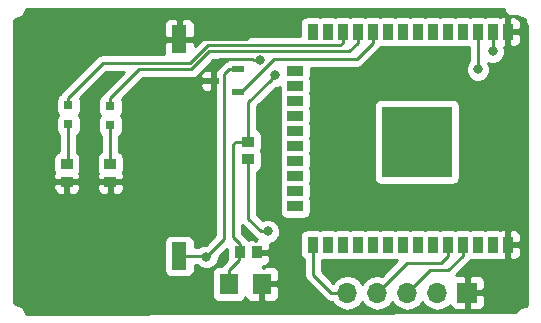
<source format=gtl>
G04 #@! TF.GenerationSoftware,KiCad,Pcbnew,no-vcs-found*
G04 #@! TF.CreationDate,2017-01-06T11:39:05+01:00*
G04 #@! TF.ProjectId,ESP32-HELP-Button-CR2032,45535033322D48454C502D427574746F,rev?*
G04 #@! TF.FileFunction,Copper,L1,Top,Signal*
G04 #@! TF.FilePolarity,Positive*
%FSLAX46Y46*%
G04 Gerber Fmt 4.6, Leading zero omitted, Abs format (unit mm)*
G04 Created by KiCad (PCBNEW no-vcs-found) date Fri Jan  6 11:39:05 2017*
%MOMM*%
%LPD*%
G01*
G04 APERTURE LIST*
%ADD10C,0.100000*%
%ADD11C,0.600000*%
%ADD12R,1.300000X2.340000*%
%ADD13R,0.800000X0.800000*%
%ADD14O,1.700000X1.700000*%
%ADD15R,1.700000X1.700000*%
%ADD16R,1.000760X0.599440*%
%ADD17R,1.000760X0.899160*%
%ADD18C,0.800000*%
%ADD19R,6.000000X6.000000*%
%ADD20R,0.900000X1.350000*%
%ADD21R,1.350000X0.900000*%
%ADD22R,0.899160X1.000760*%
%ADD23R,1.600200X1.803400*%
%ADD24C,0.250000*%
%ADD25C,0.254000*%
G04 APERTURE END LIST*
D10*
D11*
X69555000Y-38308000D03*
X69555000Y-51770000D03*
X69555000Y-50754000D03*
X69555000Y-49738000D03*
X69555000Y-48722000D03*
X69555000Y-47706000D03*
X69555000Y-46690000D03*
X69555000Y-45674000D03*
X69555000Y-44658000D03*
X69555000Y-43642000D03*
X69555000Y-42626000D03*
X69555000Y-41483000D03*
X69555000Y-40467000D03*
X69555000Y-39451000D03*
X46695000Y-53294000D03*
X53299000Y-55834000D03*
X59903000Y-50627000D03*
D12*
X40853000Y-36657000D03*
X40853000Y-54997000D03*
D13*
X35011000Y-43896000D03*
X35011000Y-42296000D03*
X31455000Y-42245000D03*
X31455000Y-43845000D03*
D14*
X55077000Y-58120000D03*
X57617000Y-58120000D03*
X60157000Y-58120000D03*
X62697000Y-58120000D03*
D15*
X65237000Y-58120000D03*
D16*
X45846640Y-41102000D03*
X43733360Y-40149500D03*
X45846640Y-39197000D03*
D17*
X46695000Y-46817000D03*
X46695000Y-45313320D03*
X35011000Y-48722000D03*
X35011000Y-47218320D03*
X31328000Y-47218320D03*
X31328000Y-48722000D03*
D18*
X62956000Y-43322000D03*
D19*
X60956000Y-45322000D03*
D20*
X68666000Y-36022000D03*
X67396000Y-36022000D03*
X66126000Y-36022000D03*
X64856000Y-36022000D03*
X63586000Y-36022000D03*
X62316000Y-36022000D03*
X61046000Y-36022000D03*
X59776000Y-36022000D03*
X58506000Y-36022000D03*
X57236000Y-36022000D03*
X55966000Y-36022000D03*
X54696000Y-36022000D03*
X53426000Y-36022000D03*
X52156000Y-36022000D03*
D21*
X50656000Y-39322000D03*
X50656000Y-40592000D03*
X50656000Y-41862000D03*
X50656000Y-43132000D03*
X50656000Y-44402000D03*
X50656000Y-45672000D03*
X50656000Y-46942000D03*
X50656000Y-48212000D03*
X50656000Y-49482000D03*
X50656000Y-50752000D03*
D20*
X52156000Y-54052000D03*
X53426000Y-54052000D03*
X54696000Y-54052000D03*
X55966000Y-54052000D03*
X57236000Y-54052000D03*
X58506000Y-54052000D03*
X59776000Y-54052000D03*
X61046000Y-54052000D03*
X62316000Y-54052000D03*
X63586000Y-54052000D03*
X64856000Y-54052000D03*
X66126000Y-54052000D03*
X67396000Y-54052000D03*
X68666000Y-54052000D03*
D18*
X61956000Y-43322000D03*
X60956000Y-43322000D03*
X59956000Y-43322000D03*
X58956000Y-43322000D03*
X58956000Y-44322000D03*
X59956000Y-44322000D03*
X60956000Y-44322000D03*
X61956000Y-44322000D03*
X62956000Y-44322000D03*
X62956000Y-46322000D03*
X61956000Y-46322000D03*
X60956000Y-46322000D03*
X59956000Y-46322000D03*
X58956000Y-46322000D03*
X58956000Y-45322000D03*
X59956000Y-45322000D03*
X60956000Y-45322000D03*
X61956000Y-45322000D03*
X62956000Y-45322000D03*
X58956000Y-47322000D03*
X59956000Y-47322000D03*
X60956000Y-47322000D03*
X61956000Y-47322000D03*
X62956000Y-47322000D03*
D22*
X47457000Y-54691000D03*
X45953320Y-54691000D03*
D23*
X47838000Y-57358000D03*
X45044000Y-57358000D03*
D18*
X43139000Y-55072000D03*
X48981000Y-39705000D03*
X67396000Y-37673000D03*
X48346000Y-52913000D03*
X66126000Y-39197000D03*
X47706347Y-38430347D03*
X47706347Y-36026653D03*
D24*
X44663000Y-39630260D02*
X44663000Y-53548000D01*
X44663000Y-53548000D02*
X43139000Y-55072000D01*
X45846640Y-39197000D02*
X45096260Y-39197000D01*
X45096260Y-39197000D02*
X44663000Y-39630260D01*
X40853000Y-54997000D02*
X43064000Y-54997000D01*
X43064000Y-54997000D02*
X43139000Y-55072000D01*
X45953320Y-54691000D02*
X45953320Y-53940620D01*
X45953320Y-53940620D02*
X45425000Y-53412300D01*
X45425000Y-53412300D02*
X45425000Y-45547000D01*
X45425000Y-45547000D02*
X45658680Y-45313320D01*
X45658680Y-45313320D02*
X46695000Y-45313320D01*
X45924300Y-55326000D02*
X45924300Y-54720020D01*
X45924300Y-54720020D02*
X45953320Y-54691000D01*
X45044000Y-57358000D02*
X45044000Y-56206300D01*
X45044000Y-56206300D02*
X45924300Y-55326000D01*
X46695000Y-41991000D02*
X48581001Y-40104999D01*
X46695000Y-45313320D02*
X46695000Y-41991000D01*
X48581001Y-40104999D02*
X48981000Y-39705000D01*
X67396000Y-37673000D02*
X67396000Y-36022000D01*
X35011000Y-43896000D02*
X35011000Y-47218320D01*
X43393000Y-37673000D02*
X55240000Y-37673000D01*
X55240000Y-37673000D02*
X55966000Y-36947000D01*
X55966000Y-36947000D02*
X55966000Y-36022000D01*
X41869000Y-39197000D02*
X43393000Y-37673000D01*
X37460000Y-39197000D02*
X41869000Y-39197000D01*
X35011000Y-42296000D02*
X35011000Y-41646000D01*
X35011000Y-41646000D02*
X37460000Y-39197000D01*
X43264590Y-37165000D02*
X54478000Y-37165000D01*
X54478000Y-37165000D02*
X54696000Y-36947000D01*
X54696000Y-36947000D02*
X54696000Y-36022000D01*
X34361000Y-38689000D02*
X41740590Y-38689000D01*
X41740590Y-38689000D02*
X43264590Y-37165000D01*
X31455000Y-42245000D02*
X31455000Y-41595000D01*
X31455000Y-41595000D02*
X34361000Y-38689000D01*
X31455000Y-43845000D02*
X31455000Y-47091320D01*
X31455000Y-47091320D02*
X31328000Y-47218320D01*
X52156000Y-54052000D02*
X52156000Y-56596000D01*
X52156000Y-56596000D02*
X53680000Y-58120000D01*
X53680000Y-58120000D02*
X55077000Y-58120000D01*
X57617000Y-58120000D02*
X60157000Y-55580000D01*
X60157000Y-55580000D02*
X62983000Y-55580000D01*
X62983000Y-55580000D02*
X63586000Y-54977000D01*
X63586000Y-54977000D02*
X63586000Y-54052000D01*
X60157000Y-58120000D02*
X62062000Y-56215000D01*
X62062000Y-56215000D02*
X63618000Y-56215000D01*
X63618000Y-56215000D02*
X64856000Y-54977000D01*
X64856000Y-54977000D02*
X64856000Y-54052000D01*
X48346000Y-52913000D02*
X47780315Y-52913000D01*
X47780315Y-52913000D02*
X46695000Y-51827685D01*
X46695000Y-47516580D02*
X46695000Y-46817000D01*
X46695000Y-51827685D02*
X46695000Y-47516580D01*
X66126000Y-36947000D02*
X66126000Y-39197000D01*
X66126000Y-36022000D02*
X66126000Y-36947000D01*
X57236000Y-36022000D02*
X57236000Y-36947000D01*
X57236000Y-36947000D02*
X55875000Y-38308000D01*
X55875000Y-38308000D02*
X48854000Y-38308000D01*
X48854000Y-38308000D02*
X46060000Y-41102000D01*
X46060000Y-41102000D02*
X45806000Y-41102000D01*
X45806000Y-41102000D02*
X45794380Y-41102000D01*
X68666000Y-54052000D02*
X68666000Y-51643000D01*
X68666000Y-51643000D02*
X68666000Y-36022000D01*
X43647000Y-40785580D02*
X43647000Y-46563000D01*
X43647000Y-46563000D02*
X41361000Y-48849000D01*
X43733360Y-40149500D02*
X43733360Y-40699220D01*
X43733360Y-40699220D02*
X43647000Y-40785580D01*
X44282000Y-38308000D02*
X43733360Y-38856640D01*
X43733360Y-38856640D02*
X43733360Y-40149500D01*
X47018315Y-38308000D02*
X44282000Y-38308000D01*
X47706347Y-38430347D02*
X47140662Y-38430347D01*
X47140662Y-38430347D02*
X47018315Y-38308000D01*
X47706347Y-36026653D02*
X47140662Y-36026653D01*
X47140662Y-36026653D02*
X46510315Y-36657000D01*
X46510315Y-36657000D02*
X46314000Y-36657000D01*
X47330000Y-38398000D02*
X47674000Y-38398000D01*
X47674000Y-38398000D02*
X47706347Y-38430347D01*
X31328000Y-48722000D02*
X35011000Y-48722000D01*
X35188800Y-48849000D02*
X41361000Y-48849000D01*
X35011000Y-48722000D02*
X35061800Y-48722000D01*
X35061800Y-48722000D02*
X35188800Y-48849000D01*
X40853000Y-36657000D02*
X46314000Y-36657000D01*
X65237000Y-58120000D02*
X66337000Y-58120000D01*
X66337000Y-58120000D02*
X68666000Y-55791000D01*
X68666000Y-55791000D02*
X68666000Y-54977000D01*
X68666000Y-54977000D02*
X68666000Y-54052000D01*
D25*
G36*
X68344046Y-34271705D02*
X68497954Y-34502046D01*
X68728295Y-34655954D01*
X69000000Y-34710000D01*
X69482470Y-34710000D01*
X69508321Y-34735851D01*
X69827346Y-34867995D01*
X70037373Y-34909772D01*
X70069058Y-34930943D01*
X70090228Y-34962627D01*
X70132005Y-35172654D01*
X70264149Y-35491679D01*
X70290000Y-35517530D01*
X70290000Y-58930070D01*
X70255074Y-59105655D01*
X70195225Y-59195226D01*
X70105655Y-59255074D01*
X69861487Y-59303642D01*
X69605546Y-59409657D01*
X69409657Y-59605544D01*
X69339236Y-59775556D01*
X27867994Y-59892706D01*
X27867994Y-59827344D01*
X27735851Y-59508319D01*
X27491679Y-59264149D01*
X27172654Y-59132005D01*
X26962627Y-59090228D01*
X26930943Y-59069058D01*
X26909772Y-59037373D01*
X26885000Y-58912836D01*
X26885000Y-49007750D01*
X30192620Y-49007750D01*
X30192620Y-49297889D01*
X30289293Y-49531278D01*
X30467921Y-49709907D01*
X30701310Y-49806580D01*
X31042250Y-49806580D01*
X31201000Y-49647830D01*
X31201000Y-48849000D01*
X31455000Y-48849000D01*
X31455000Y-49647830D01*
X31613750Y-49806580D01*
X31954690Y-49806580D01*
X32188079Y-49709907D01*
X32366707Y-49531278D01*
X32463380Y-49297889D01*
X32463380Y-49007750D01*
X33875620Y-49007750D01*
X33875620Y-49297889D01*
X33972293Y-49531278D01*
X34150921Y-49709907D01*
X34384310Y-49806580D01*
X34725250Y-49806580D01*
X34884000Y-49647830D01*
X34884000Y-48849000D01*
X35138000Y-48849000D01*
X35138000Y-49647830D01*
X35296750Y-49806580D01*
X35637690Y-49806580D01*
X35871079Y-49709907D01*
X36049707Y-49531278D01*
X36146380Y-49297889D01*
X36146380Y-49007750D01*
X35987630Y-48849000D01*
X35138000Y-48849000D01*
X34884000Y-48849000D01*
X34034370Y-48849000D01*
X33875620Y-49007750D01*
X32463380Y-49007750D01*
X32304630Y-48849000D01*
X31455000Y-48849000D01*
X31201000Y-48849000D01*
X30351370Y-48849000D01*
X30192620Y-49007750D01*
X26885000Y-49007750D01*
X26885000Y-46768740D01*
X30180180Y-46768740D01*
X30180180Y-47667900D01*
X30229463Y-47915665D01*
X30265645Y-47969814D01*
X30192620Y-48146111D01*
X30192620Y-48436250D01*
X30351370Y-48595000D01*
X31201000Y-48595000D01*
X31201000Y-48575000D01*
X31455000Y-48575000D01*
X31455000Y-48595000D01*
X32304630Y-48595000D01*
X32463380Y-48436250D01*
X32463380Y-48146111D01*
X32390355Y-47969814D01*
X32426537Y-47915665D01*
X32475820Y-47667900D01*
X32475820Y-46768740D01*
X32426537Y-46520975D01*
X32286189Y-46310931D01*
X32215000Y-46263364D01*
X32215000Y-44768163D01*
X32312809Y-44702809D01*
X32453157Y-44492765D01*
X32502440Y-44245000D01*
X32502440Y-43445000D01*
X32453157Y-43197235D01*
X32351436Y-43045000D01*
X32453157Y-42892765D01*
X32502440Y-42645000D01*
X32502440Y-41845000D01*
X32465502Y-41659300D01*
X34675802Y-39449000D01*
X36133198Y-39449000D01*
X34473599Y-41108599D01*
X34334177Y-41317259D01*
X34153191Y-41438191D01*
X34012843Y-41648235D01*
X33963560Y-41896000D01*
X33963560Y-42696000D01*
X34012843Y-42943765D01*
X34114564Y-43096000D01*
X34012843Y-43248235D01*
X33963560Y-43496000D01*
X33963560Y-44296000D01*
X34012843Y-44543765D01*
X34153191Y-44753809D01*
X34251000Y-44819163D01*
X34251000Y-46178504D01*
X34052811Y-46310931D01*
X33912463Y-46520975D01*
X33863180Y-46768740D01*
X33863180Y-47667900D01*
X33912463Y-47915665D01*
X33948645Y-47969814D01*
X33875620Y-48146111D01*
X33875620Y-48436250D01*
X34034370Y-48595000D01*
X34884000Y-48595000D01*
X34884000Y-48575000D01*
X35138000Y-48575000D01*
X35138000Y-48595000D01*
X35987630Y-48595000D01*
X36146380Y-48436250D01*
X36146380Y-48146111D01*
X36073355Y-47969814D01*
X36109537Y-47915665D01*
X36158820Y-47667900D01*
X36158820Y-46768740D01*
X36109537Y-46520975D01*
X35969189Y-46310931D01*
X35771000Y-46178504D01*
X35771000Y-44819163D01*
X35868809Y-44753809D01*
X36009157Y-44543765D01*
X36058440Y-44296000D01*
X36058440Y-43496000D01*
X36009157Y-43248235D01*
X35907436Y-43096000D01*
X36009157Y-42943765D01*
X36058440Y-42696000D01*
X36058440Y-41896000D01*
X36021502Y-41710300D01*
X37296552Y-40435250D01*
X42597980Y-40435250D01*
X42597980Y-40575529D01*
X42694653Y-40808918D01*
X42873281Y-40987547D01*
X43106670Y-41084220D01*
X43447610Y-41084220D01*
X43606360Y-40925470D01*
X43606360Y-40276500D01*
X42756730Y-40276500D01*
X42597980Y-40435250D01*
X37296552Y-40435250D01*
X37774802Y-39957000D01*
X41869000Y-39957000D01*
X42159839Y-39899148D01*
X42406401Y-39734401D01*
X42417331Y-39723471D01*
X42597980Y-39723471D01*
X42597980Y-39863750D01*
X42756730Y-40022500D01*
X43606360Y-40022500D01*
X43606360Y-39373530D01*
X43447610Y-39214780D01*
X43106670Y-39214780D01*
X42873281Y-39311453D01*
X42694653Y-39490082D01*
X42597980Y-39723471D01*
X42417331Y-39723471D01*
X43707802Y-38433000D01*
X44898135Y-38433000D01*
X44888451Y-38439471D01*
X44858501Y-38484293D01*
X44805420Y-38494852D01*
X44558859Y-38659599D01*
X44125599Y-39092859D01*
X44044134Y-39214780D01*
X44019110Y-39214780D01*
X43860360Y-39373530D01*
X43860360Y-40022500D01*
X43880360Y-40022500D01*
X43880360Y-40276500D01*
X43860360Y-40276500D01*
X43860360Y-40925470D01*
X43903000Y-40968110D01*
X43903000Y-53233198D01*
X43099233Y-54036965D01*
X42934029Y-54036821D01*
X42553485Y-54194058D01*
X42510468Y-54237000D01*
X42150440Y-54237000D01*
X42150440Y-53827000D01*
X42101157Y-53579235D01*
X41960809Y-53369191D01*
X41750765Y-53228843D01*
X41503000Y-53179560D01*
X40203000Y-53179560D01*
X39955235Y-53228843D01*
X39745191Y-53369191D01*
X39604843Y-53579235D01*
X39555560Y-53827000D01*
X39555560Y-56167000D01*
X39604843Y-56414765D01*
X39745191Y-56624809D01*
X39955235Y-56765157D01*
X40203000Y-56814440D01*
X41503000Y-56814440D01*
X41750765Y-56765157D01*
X41960809Y-56624809D01*
X42101157Y-56414765D01*
X42150440Y-56167000D01*
X42150440Y-55757000D01*
X42360370Y-55757000D01*
X42551954Y-55948919D01*
X42932223Y-56106820D01*
X43343971Y-56107179D01*
X43724515Y-55949942D01*
X44015919Y-55659046D01*
X44173820Y-55278777D01*
X44173966Y-55111836D01*
X44856300Y-54429502D01*
X44856300Y-55191380D01*
X44877506Y-55297992D01*
X44506599Y-55668899D01*
X44413080Y-55808860D01*
X44243900Y-55808860D01*
X43996135Y-55858143D01*
X43786091Y-55998491D01*
X43645743Y-56208535D01*
X43596460Y-56456300D01*
X43596460Y-58259700D01*
X43645743Y-58507465D01*
X43786091Y-58717509D01*
X43996135Y-58857857D01*
X44243900Y-58907140D01*
X45844100Y-58907140D01*
X46091865Y-58857857D01*
X46301909Y-58717509D01*
X46442257Y-58507465D01*
X46445810Y-58489603D01*
X46499573Y-58619399D01*
X46678202Y-58798027D01*
X46911591Y-58894700D01*
X47552250Y-58894700D01*
X47711000Y-58735950D01*
X47711000Y-57485000D01*
X47965000Y-57485000D01*
X47965000Y-58735950D01*
X48123750Y-58894700D01*
X48764409Y-58894700D01*
X48997798Y-58798027D01*
X49176427Y-58619399D01*
X49273100Y-58386010D01*
X49273100Y-57643750D01*
X49114350Y-57485000D01*
X47965000Y-57485000D01*
X47711000Y-57485000D01*
X47691000Y-57485000D01*
X47691000Y-57231000D01*
X47711000Y-57231000D01*
X47711000Y-57211000D01*
X47965000Y-57211000D01*
X47965000Y-57231000D01*
X49114350Y-57231000D01*
X49273100Y-57072250D01*
X49273100Y-56329990D01*
X49176427Y-56096601D01*
X48997798Y-55917973D01*
X48764409Y-55821300D01*
X48123750Y-55821300D01*
X47965002Y-55980048D01*
X47965002Y-55826380D01*
X48032889Y-55826380D01*
X48266278Y-55729707D01*
X48444907Y-55551079D01*
X48541580Y-55317690D01*
X48541580Y-54976750D01*
X48382830Y-54818000D01*
X47584000Y-54818000D01*
X47584000Y-54838000D01*
X47330000Y-54838000D01*
X47330000Y-54818000D01*
X47310000Y-54818000D01*
X47310000Y-54564000D01*
X47330000Y-54564000D01*
X47330000Y-54544000D01*
X47584000Y-54544000D01*
X47584000Y-54564000D01*
X48382830Y-54564000D01*
X48541580Y-54405250D01*
X48541580Y-54064310D01*
X48493456Y-53948129D01*
X48550971Y-53948179D01*
X48931515Y-53790942D01*
X49222919Y-53500046D01*
X49274012Y-53377000D01*
X51058560Y-53377000D01*
X51058560Y-54727000D01*
X51107843Y-54974765D01*
X51248191Y-55184809D01*
X51396000Y-55283573D01*
X51396000Y-56596000D01*
X51453852Y-56886839D01*
X51618599Y-57133401D01*
X53142599Y-58657401D01*
X53389160Y-58822148D01*
X53437414Y-58831746D01*
X53680000Y-58880000D01*
X53813699Y-58880000D01*
X54026946Y-59199147D01*
X54508715Y-59521054D01*
X55077000Y-59634093D01*
X55645285Y-59521054D01*
X56127054Y-59199147D01*
X56347000Y-58869974D01*
X56566946Y-59199147D01*
X57048715Y-59521054D01*
X57617000Y-59634093D01*
X58185285Y-59521054D01*
X58667054Y-59199147D01*
X58887000Y-58869974D01*
X59106946Y-59199147D01*
X59588715Y-59521054D01*
X60157000Y-59634093D01*
X60725285Y-59521054D01*
X61207054Y-59199147D01*
X61427000Y-58869974D01*
X61646946Y-59199147D01*
X62128715Y-59521054D01*
X62697000Y-59634093D01*
X63265285Y-59521054D01*
X63747054Y-59199147D01*
X63776403Y-59155223D01*
X63848673Y-59329698D01*
X64027301Y-59508327D01*
X64260690Y-59605000D01*
X64951250Y-59605000D01*
X65110000Y-59446250D01*
X65110000Y-58247000D01*
X65364000Y-58247000D01*
X65364000Y-59446250D01*
X65522750Y-59605000D01*
X66213310Y-59605000D01*
X66446699Y-59508327D01*
X66625327Y-59329698D01*
X66722000Y-59096309D01*
X66722000Y-58405750D01*
X66563250Y-58247000D01*
X65364000Y-58247000D01*
X65110000Y-58247000D01*
X65090000Y-58247000D01*
X65090000Y-57993000D01*
X65110000Y-57993000D01*
X65110000Y-56793750D01*
X65364000Y-56793750D01*
X65364000Y-57993000D01*
X66563250Y-57993000D01*
X66722000Y-57834250D01*
X66722000Y-57143691D01*
X66625327Y-56910302D01*
X66446699Y-56731673D01*
X66213310Y-56635000D01*
X65522750Y-56635000D01*
X65364000Y-56793750D01*
X65110000Y-56793750D01*
X64951250Y-56635000D01*
X64272802Y-56635000D01*
X65393401Y-55514401D01*
X65509102Y-55341242D01*
X65676000Y-55374440D01*
X66576000Y-55374440D01*
X66761000Y-55337642D01*
X66946000Y-55374440D01*
X67846000Y-55374440D01*
X68030921Y-55337657D01*
X68089690Y-55362000D01*
X68380250Y-55362000D01*
X68539000Y-55203250D01*
X68539000Y-54179000D01*
X68793000Y-54179000D01*
X68793000Y-55203250D01*
X68951750Y-55362000D01*
X69242310Y-55362000D01*
X69475699Y-55265327D01*
X69654327Y-55086698D01*
X69751000Y-54853309D01*
X69751000Y-54337750D01*
X69592250Y-54179000D01*
X68793000Y-54179000D01*
X68539000Y-54179000D01*
X68519000Y-54179000D01*
X68519000Y-53925000D01*
X68539000Y-53925000D01*
X68539000Y-52900750D01*
X68793000Y-52900750D01*
X68793000Y-53925000D01*
X69592250Y-53925000D01*
X69751000Y-53766250D01*
X69751000Y-53250691D01*
X69654327Y-53017302D01*
X69475699Y-52838673D01*
X69242310Y-52742000D01*
X68951750Y-52742000D01*
X68793000Y-52900750D01*
X68539000Y-52900750D01*
X68380250Y-52742000D01*
X68089690Y-52742000D01*
X68030921Y-52766343D01*
X67846000Y-52729560D01*
X66946000Y-52729560D01*
X66761000Y-52766358D01*
X66576000Y-52729560D01*
X65676000Y-52729560D01*
X65491000Y-52766358D01*
X65306000Y-52729560D01*
X64406000Y-52729560D01*
X64221000Y-52766358D01*
X64036000Y-52729560D01*
X63136000Y-52729560D01*
X62951000Y-52766358D01*
X62766000Y-52729560D01*
X61866000Y-52729560D01*
X61681000Y-52766358D01*
X61496000Y-52729560D01*
X60596000Y-52729560D01*
X60411000Y-52766358D01*
X60226000Y-52729560D01*
X59326000Y-52729560D01*
X59141000Y-52766358D01*
X58956000Y-52729560D01*
X58056000Y-52729560D01*
X57871000Y-52766358D01*
X57686000Y-52729560D01*
X56786000Y-52729560D01*
X56601000Y-52766358D01*
X56416000Y-52729560D01*
X55516000Y-52729560D01*
X55331000Y-52766358D01*
X55146000Y-52729560D01*
X54246000Y-52729560D01*
X54061000Y-52766358D01*
X53876000Y-52729560D01*
X52976000Y-52729560D01*
X52791000Y-52766358D01*
X52606000Y-52729560D01*
X51706000Y-52729560D01*
X51458235Y-52778843D01*
X51248191Y-52919191D01*
X51107843Y-53129235D01*
X51058560Y-53377000D01*
X49274012Y-53377000D01*
X49380820Y-53119777D01*
X49381179Y-52708029D01*
X49223942Y-52327485D01*
X48933046Y-52036081D01*
X48552777Y-51878180D01*
X48141029Y-51877821D01*
X47913819Y-51971702D01*
X47455000Y-51512883D01*
X47455000Y-47856816D01*
X47653189Y-47724389D01*
X47793537Y-47514345D01*
X47842820Y-47266580D01*
X47842820Y-46367420D01*
X47793537Y-46119655D01*
X47757124Y-46065160D01*
X47793537Y-46010665D01*
X47842820Y-45762900D01*
X47842820Y-44863740D01*
X47793537Y-44615975D01*
X47653189Y-44405931D01*
X47455000Y-44273504D01*
X47455000Y-42305802D01*
X49020767Y-40740035D01*
X49185971Y-40740179D01*
X49333560Y-40679197D01*
X49333560Y-41042000D01*
X49370358Y-41227000D01*
X49333560Y-41412000D01*
X49333560Y-42312000D01*
X49370358Y-42497000D01*
X49333560Y-42682000D01*
X49333560Y-43582000D01*
X49370358Y-43767000D01*
X49333560Y-43952000D01*
X49333560Y-44852000D01*
X49370358Y-45037000D01*
X49333560Y-45222000D01*
X49333560Y-46122000D01*
X49370358Y-46307000D01*
X49333560Y-46492000D01*
X49333560Y-47392000D01*
X49370358Y-47577000D01*
X49333560Y-47762000D01*
X49333560Y-48662000D01*
X49370358Y-48847000D01*
X49333560Y-49032000D01*
X49333560Y-49932000D01*
X49370358Y-50117000D01*
X49333560Y-50302000D01*
X49333560Y-51202000D01*
X49382843Y-51449765D01*
X49523191Y-51659809D01*
X49733235Y-51800157D01*
X49981000Y-51849440D01*
X51331000Y-51849440D01*
X51578765Y-51800157D01*
X51788809Y-51659809D01*
X51929157Y-51449765D01*
X51978440Y-51202000D01*
X51978440Y-50302000D01*
X51941642Y-50117000D01*
X51978440Y-49932000D01*
X51978440Y-49032000D01*
X51941642Y-48847000D01*
X51978440Y-48662000D01*
X51978440Y-47762000D01*
X51941642Y-47577000D01*
X51978440Y-47392000D01*
X51978440Y-46492000D01*
X51941642Y-46307000D01*
X51978440Y-46122000D01*
X51978440Y-45222000D01*
X51941642Y-45037000D01*
X51978440Y-44852000D01*
X51978440Y-43952000D01*
X51941642Y-43767000D01*
X51978440Y-43582000D01*
X51978440Y-42682000D01*
X51941642Y-42497000D01*
X51976450Y-42322000D01*
X57308560Y-42322000D01*
X57308560Y-48322000D01*
X57357843Y-48569765D01*
X57498191Y-48779809D01*
X57708235Y-48920157D01*
X57956000Y-48969440D01*
X63956000Y-48969440D01*
X64203765Y-48920157D01*
X64413809Y-48779809D01*
X64554157Y-48569765D01*
X64603440Y-48322000D01*
X64603440Y-42322000D01*
X64554157Y-42074235D01*
X64413809Y-41864191D01*
X64203765Y-41723843D01*
X63956000Y-41674560D01*
X57956000Y-41674560D01*
X57708235Y-41723843D01*
X57498191Y-41864191D01*
X57357843Y-42074235D01*
X57308560Y-42322000D01*
X51976450Y-42322000D01*
X51978440Y-42312000D01*
X51978440Y-41412000D01*
X51941642Y-41227000D01*
X51978440Y-41042000D01*
X51978440Y-40142000D01*
X51941642Y-39957000D01*
X51978440Y-39772000D01*
X51978440Y-39068000D01*
X55875000Y-39068000D01*
X56165839Y-39010148D01*
X56412401Y-38845401D01*
X57773401Y-37484401D01*
X57889102Y-37311242D01*
X58056000Y-37344440D01*
X58956000Y-37344440D01*
X59141000Y-37307642D01*
X59326000Y-37344440D01*
X60226000Y-37344440D01*
X60411000Y-37307642D01*
X60596000Y-37344440D01*
X61496000Y-37344440D01*
X61681000Y-37307642D01*
X61866000Y-37344440D01*
X62766000Y-37344440D01*
X62951000Y-37307642D01*
X63136000Y-37344440D01*
X64036000Y-37344440D01*
X64221000Y-37307642D01*
X64406000Y-37344440D01*
X65306000Y-37344440D01*
X65366000Y-37332505D01*
X65366000Y-38493239D01*
X65249081Y-38609954D01*
X65091180Y-38990223D01*
X65090821Y-39401971D01*
X65248058Y-39782515D01*
X65538954Y-40073919D01*
X65919223Y-40231820D01*
X66330971Y-40232179D01*
X66711515Y-40074942D01*
X67002919Y-39784046D01*
X67160820Y-39403777D01*
X67161179Y-38992029D01*
X67013618Y-38634903D01*
X67189223Y-38707820D01*
X67600971Y-38708179D01*
X67981515Y-38550942D01*
X68272919Y-38260046D01*
X68430820Y-37879777D01*
X68431179Y-37468029D01*
X68374973Y-37332000D01*
X68380250Y-37332000D01*
X68539000Y-37173250D01*
X68539000Y-36149000D01*
X68793000Y-36149000D01*
X68793000Y-37173250D01*
X68951750Y-37332000D01*
X69242310Y-37332000D01*
X69475699Y-37235327D01*
X69654327Y-37056698D01*
X69751000Y-36823309D01*
X69751000Y-36307750D01*
X69592250Y-36149000D01*
X68793000Y-36149000D01*
X68539000Y-36149000D01*
X68519000Y-36149000D01*
X68519000Y-35895000D01*
X68539000Y-35895000D01*
X68539000Y-34870750D01*
X68793000Y-34870750D01*
X68793000Y-35895000D01*
X69592250Y-35895000D01*
X69751000Y-35736250D01*
X69751000Y-35220691D01*
X69654327Y-34987302D01*
X69475699Y-34808673D01*
X69242310Y-34712000D01*
X68951750Y-34712000D01*
X68793000Y-34870750D01*
X68539000Y-34870750D01*
X68380250Y-34712000D01*
X68089690Y-34712000D01*
X68030921Y-34736343D01*
X67846000Y-34699560D01*
X66946000Y-34699560D01*
X66761000Y-34736358D01*
X66576000Y-34699560D01*
X65676000Y-34699560D01*
X65491000Y-34736358D01*
X65306000Y-34699560D01*
X64406000Y-34699560D01*
X64221000Y-34736358D01*
X64036000Y-34699560D01*
X63136000Y-34699560D01*
X62951000Y-34736358D01*
X62766000Y-34699560D01*
X61866000Y-34699560D01*
X61681000Y-34736358D01*
X61496000Y-34699560D01*
X60596000Y-34699560D01*
X60411000Y-34736358D01*
X60226000Y-34699560D01*
X59326000Y-34699560D01*
X59141000Y-34736358D01*
X58956000Y-34699560D01*
X58056000Y-34699560D01*
X57871000Y-34736358D01*
X57686000Y-34699560D01*
X56786000Y-34699560D01*
X56601000Y-34736358D01*
X56416000Y-34699560D01*
X55516000Y-34699560D01*
X55331000Y-34736358D01*
X55146000Y-34699560D01*
X54246000Y-34699560D01*
X54061000Y-34736358D01*
X53876000Y-34699560D01*
X52976000Y-34699560D01*
X52791000Y-34736358D01*
X52606000Y-34699560D01*
X51706000Y-34699560D01*
X51458235Y-34748843D01*
X51248191Y-34889191D01*
X51107843Y-35099235D01*
X51058560Y-35347000D01*
X51058560Y-36405000D01*
X43264590Y-36405000D01*
X43022004Y-36453254D01*
X42973750Y-36462852D01*
X42727189Y-36627599D01*
X42138000Y-37216788D01*
X42138000Y-36942750D01*
X41979250Y-36784000D01*
X40980000Y-36784000D01*
X40980000Y-36804000D01*
X40726000Y-36804000D01*
X40726000Y-36784000D01*
X39726750Y-36784000D01*
X39568000Y-36942750D01*
X39568000Y-37929000D01*
X34361000Y-37929000D01*
X34070161Y-37986852D01*
X33823599Y-38151599D01*
X30917599Y-41057599D01*
X30778177Y-41266259D01*
X30597191Y-41387191D01*
X30456843Y-41597235D01*
X30407560Y-41845000D01*
X30407560Y-42645000D01*
X30456843Y-42892765D01*
X30558564Y-43045000D01*
X30456843Y-43197235D01*
X30407560Y-43445000D01*
X30407560Y-44245000D01*
X30456843Y-44492765D01*
X30597191Y-44702809D01*
X30695000Y-44768163D01*
X30695000Y-46147679D01*
X30579855Y-46170583D01*
X30369811Y-46310931D01*
X30229463Y-46520975D01*
X30180180Y-46768740D01*
X26885000Y-46768740D01*
X26885000Y-35360691D01*
X39568000Y-35360691D01*
X39568000Y-36371250D01*
X39726750Y-36530000D01*
X40726000Y-36530000D01*
X40726000Y-35010750D01*
X40980000Y-35010750D01*
X40980000Y-36530000D01*
X41979250Y-36530000D01*
X42138000Y-36371250D01*
X42138000Y-35360691D01*
X42041327Y-35127302D01*
X41862699Y-34948673D01*
X41629310Y-34852000D01*
X41138750Y-34852000D01*
X40980000Y-35010750D01*
X40726000Y-35010750D01*
X40567250Y-34852000D01*
X40076690Y-34852000D01*
X39843301Y-34948673D01*
X39664673Y-35127302D01*
X39568000Y-35360691D01*
X26885000Y-35360691D01*
X26885000Y-35087164D01*
X26909772Y-34962627D01*
X26930943Y-34930942D01*
X26962627Y-34909772D01*
X27172654Y-34867995D01*
X27491679Y-34735851D01*
X27735851Y-34491681D01*
X27867994Y-34172656D01*
X27867994Y-34117000D01*
X68313273Y-34117000D01*
X68344046Y-34271705D01*
X68344046Y-34271705D01*
G37*
X68344046Y-34271705D02*
X68497954Y-34502046D01*
X68728295Y-34655954D01*
X69000000Y-34710000D01*
X69482470Y-34710000D01*
X69508321Y-34735851D01*
X69827346Y-34867995D01*
X70037373Y-34909772D01*
X70069058Y-34930943D01*
X70090228Y-34962627D01*
X70132005Y-35172654D01*
X70264149Y-35491679D01*
X70290000Y-35517530D01*
X70290000Y-58930070D01*
X70255074Y-59105655D01*
X70195225Y-59195226D01*
X70105655Y-59255074D01*
X69861487Y-59303642D01*
X69605546Y-59409657D01*
X69409657Y-59605544D01*
X69339236Y-59775556D01*
X27867994Y-59892706D01*
X27867994Y-59827344D01*
X27735851Y-59508319D01*
X27491679Y-59264149D01*
X27172654Y-59132005D01*
X26962627Y-59090228D01*
X26930943Y-59069058D01*
X26909772Y-59037373D01*
X26885000Y-58912836D01*
X26885000Y-49007750D01*
X30192620Y-49007750D01*
X30192620Y-49297889D01*
X30289293Y-49531278D01*
X30467921Y-49709907D01*
X30701310Y-49806580D01*
X31042250Y-49806580D01*
X31201000Y-49647830D01*
X31201000Y-48849000D01*
X31455000Y-48849000D01*
X31455000Y-49647830D01*
X31613750Y-49806580D01*
X31954690Y-49806580D01*
X32188079Y-49709907D01*
X32366707Y-49531278D01*
X32463380Y-49297889D01*
X32463380Y-49007750D01*
X33875620Y-49007750D01*
X33875620Y-49297889D01*
X33972293Y-49531278D01*
X34150921Y-49709907D01*
X34384310Y-49806580D01*
X34725250Y-49806580D01*
X34884000Y-49647830D01*
X34884000Y-48849000D01*
X35138000Y-48849000D01*
X35138000Y-49647830D01*
X35296750Y-49806580D01*
X35637690Y-49806580D01*
X35871079Y-49709907D01*
X36049707Y-49531278D01*
X36146380Y-49297889D01*
X36146380Y-49007750D01*
X35987630Y-48849000D01*
X35138000Y-48849000D01*
X34884000Y-48849000D01*
X34034370Y-48849000D01*
X33875620Y-49007750D01*
X32463380Y-49007750D01*
X32304630Y-48849000D01*
X31455000Y-48849000D01*
X31201000Y-48849000D01*
X30351370Y-48849000D01*
X30192620Y-49007750D01*
X26885000Y-49007750D01*
X26885000Y-46768740D01*
X30180180Y-46768740D01*
X30180180Y-47667900D01*
X30229463Y-47915665D01*
X30265645Y-47969814D01*
X30192620Y-48146111D01*
X30192620Y-48436250D01*
X30351370Y-48595000D01*
X31201000Y-48595000D01*
X31201000Y-48575000D01*
X31455000Y-48575000D01*
X31455000Y-48595000D01*
X32304630Y-48595000D01*
X32463380Y-48436250D01*
X32463380Y-48146111D01*
X32390355Y-47969814D01*
X32426537Y-47915665D01*
X32475820Y-47667900D01*
X32475820Y-46768740D01*
X32426537Y-46520975D01*
X32286189Y-46310931D01*
X32215000Y-46263364D01*
X32215000Y-44768163D01*
X32312809Y-44702809D01*
X32453157Y-44492765D01*
X32502440Y-44245000D01*
X32502440Y-43445000D01*
X32453157Y-43197235D01*
X32351436Y-43045000D01*
X32453157Y-42892765D01*
X32502440Y-42645000D01*
X32502440Y-41845000D01*
X32465502Y-41659300D01*
X34675802Y-39449000D01*
X36133198Y-39449000D01*
X34473599Y-41108599D01*
X34334177Y-41317259D01*
X34153191Y-41438191D01*
X34012843Y-41648235D01*
X33963560Y-41896000D01*
X33963560Y-42696000D01*
X34012843Y-42943765D01*
X34114564Y-43096000D01*
X34012843Y-43248235D01*
X33963560Y-43496000D01*
X33963560Y-44296000D01*
X34012843Y-44543765D01*
X34153191Y-44753809D01*
X34251000Y-44819163D01*
X34251000Y-46178504D01*
X34052811Y-46310931D01*
X33912463Y-46520975D01*
X33863180Y-46768740D01*
X33863180Y-47667900D01*
X33912463Y-47915665D01*
X33948645Y-47969814D01*
X33875620Y-48146111D01*
X33875620Y-48436250D01*
X34034370Y-48595000D01*
X34884000Y-48595000D01*
X34884000Y-48575000D01*
X35138000Y-48575000D01*
X35138000Y-48595000D01*
X35987630Y-48595000D01*
X36146380Y-48436250D01*
X36146380Y-48146111D01*
X36073355Y-47969814D01*
X36109537Y-47915665D01*
X36158820Y-47667900D01*
X36158820Y-46768740D01*
X36109537Y-46520975D01*
X35969189Y-46310931D01*
X35771000Y-46178504D01*
X35771000Y-44819163D01*
X35868809Y-44753809D01*
X36009157Y-44543765D01*
X36058440Y-44296000D01*
X36058440Y-43496000D01*
X36009157Y-43248235D01*
X35907436Y-43096000D01*
X36009157Y-42943765D01*
X36058440Y-42696000D01*
X36058440Y-41896000D01*
X36021502Y-41710300D01*
X37296552Y-40435250D01*
X42597980Y-40435250D01*
X42597980Y-40575529D01*
X42694653Y-40808918D01*
X42873281Y-40987547D01*
X43106670Y-41084220D01*
X43447610Y-41084220D01*
X43606360Y-40925470D01*
X43606360Y-40276500D01*
X42756730Y-40276500D01*
X42597980Y-40435250D01*
X37296552Y-40435250D01*
X37774802Y-39957000D01*
X41869000Y-39957000D01*
X42159839Y-39899148D01*
X42406401Y-39734401D01*
X42417331Y-39723471D01*
X42597980Y-39723471D01*
X42597980Y-39863750D01*
X42756730Y-40022500D01*
X43606360Y-40022500D01*
X43606360Y-39373530D01*
X43447610Y-39214780D01*
X43106670Y-39214780D01*
X42873281Y-39311453D01*
X42694653Y-39490082D01*
X42597980Y-39723471D01*
X42417331Y-39723471D01*
X43707802Y-38433000D01*
X44898135Y-38433000D01*
X44888451Y-38439471D01*
X44858501Y-38484293D01*
X44805420Y-38494852D01*
X44558859Y-38659599D01*
X44125599Y-39092859D01*
X44044134Y-39214780D01*
X44019110Y-39214780D01*
X43860360Y-39373530D01*
X43860360Y-40022500D01*
X43880360Y-40022500D01*
X43880360Y-40276500D01*
X43860360Y-40276500D01*
X43860360Y-40925470D01*
X43903000Y-40968110D01*
X43903000Y-53233198D01*
X43099233Y-54036965D01*
X42934029Y-54036821D01*
X42553485Y-54194058D01*
X42510468Y-54237000D01*
X42150440Y-54237000D01*
X42150440Y-53827000D01*
X42101157Y-53579235D01*
X41960809Y-53369191D01*
X41750765Y-53228843D01*
X41503000Y-53179560D01*
X40203000Y-53179560D01*
X39955235Y-53228843D01*
X39745191Y-53369191D01*
X39604843Y-53579235D01*
X39555560Y-53827000D01*
X39555560Y-56167000D01*
X39604843Y-56414765D01*
X39745191Y-56624809D01*
X39955235Y-56765157D01*
X40203000Y-56814440D01*
X41503000Y-56814440D01*
X41750765Y-56765157D01*
X41960809Y-56624809D01*
X42101157Y-56414765D01*
X42150440Y-56167000D01*
X42150440Y-55757000D01*
X42360370Y-55757000D01*
X42551954Y-55948919D01*
X42932223Y-56106820D01*
X43343971Y-56107179D01*
X43724515Y-55949942D01*
X44015919Y-55659046D01*
X44173820Y-55278777D01*
X44173966Y-55111836D01*
X44856300Y-54429502D01*
X44856300Y-55191380D01*
X44877506Y-55297992D01*
X44506599Y-55668899D01*
X44413080Y-55808860D01*
X44243900Y-55808860D01*
X43996135Y-55858143D01*
X43786091Y-55998491D01*
X43645743Y-56208535D01*
X43596460Y-56456300D01*
X43596460Y-58259700D01*
X43645743Y-58507465D01*
X43786091Y-58717509D01*
X43996135Y-58857857D01*
X44243900Y-58907140D01*
X45844100Y-58907140D01*
X46091865Y-58857857D01*
X46301909Y-58717509D01*
X46442257Y-58507465D01*
X46445810Y-58489603D01*
X46499573Y-58619399D01*
X46678202Y-58798027D01*
X46911591Y-58894700D01*
X47552250Y-58894700D01*
X47711000Y-58735950D01*
X47711000Y-57485000D01*
X47965000Y-57485000D01*
X47965000Y-58735950D01*
X48123750Y-58894700D01*
X48764409Y-58894700D01*
X48997798Y-58798027D01*
X49176427Y-58619399D01*
X49273100Y-58386010D01*
X49273100Y-57643750D01*
X49114350Y-57485000D01*
X47965000Y-57485000D01*
X47711000Y-57485000D01*
X47691000Y-57485000D01*
X47691000Y-57231000D01*
X47711000Y-57231000D01*
X47711000Y-57211000D01*
X47965000Y-57211000D01*
X47965000Y-57231000D01*
X49114350Y-57231000D01*
X49273100Y-57072250D01*
X49273100Y-56329990D01*
X49176427Y-56096601D01*
X48997798Y-55917973D01*
X48764409Y-55821300D01*
X48123750Y-55821300D01*
X47965002Y-55980048D01*
X47965002Y-55826380D01*
X48032889Y-55826380D01*
X48266278Y-55729707D01*
X48444907Y-55551079D01*
X48541580Y-55317690D01*
X48541580Y-54976750D01*
X48382830Y-54818000D01*
X47584000Y-54818000D01*
X47584000Y-54838000D01*
X47330000Y-54838000D01*
X47330000Y-54818000D01*
X47310000Y-54818000D01*
X47310000Y-54564000D01*
X47330000Y-54564000D01*
X47330000Y-54544000D01*
X47584000Y-54544000D01*
X47584000Y-54564000D01*
X48382830Y-54564000D01*
X48541580Y-54405250D01*
X48541580Y-54064310D01*
X48493456Y-53948129D01*
X48550971Y-53948179D01*
X48931515Y-53790942D01*
X49222919Y-53500046D01*
X49274012Y-53377000D01*
X51058560Y-53377000D01*
X51058560Y-54727000D01*
X51107843Y-54974765D01*
X51248191Y-55184809D01*
X51396000Y-55283573D01*
X51396000Y-56596000D01*
X51453852Y-56886839D01*
X51618599Y-57133401D01*
X53142599Y-58657401D01*
X53389160Y-58822148D01*
X53437414Y-58831746D01*
X53680000Y-58880000D01*
X53813699Y-58880000D01*
X54026946Y-59199147D01*
X54508715Y-59521054D01*
X55077000Y-59634093D01*
X55645285Y-59521054D01*
X56127054Y-59199147D01*
X56347000Y-58869974D01*
X56566946Y-59199147D01*
X57048715Y-59521054D01*
X57617000Y-59634093D01*
X58185285Y-59521054D01*
X58667054Y-59199147D01*
X58887000Y-58869974D01*
X59106946Y-59199147D01*
X59588715Y-59521054D01*
X60157000Y-59634093D01*
X60725285Y-59521054D01*
X61207054Y-59199147D01*
X61427000Y-58869974D01*
X61646946Y-59199147D01*
X62128715Y-59521054D01*
X62697000Y-59634093D01*
X63265285Y-59521054D01*
X63747054Y-59199147D01*
X63776403Y-59155223D01*
X63848673Y-59329698D01*
X64027301Y-59508327D01*
X64260690Y-59605000D01*
X64951250Y-59605000D01*
X65110000Y-59446250D01*
X65110000Y-58247000D01*
X65364000Y-58247000D01*
X65364000Y-59446250D01*
X65522750Y-59605000D01*
X66213310Y-59605000D01*
X66446699Y-59508327D01*
X66625327Y-59329698D01*
X66722000Y-59096309D01*
X66722000Y-58405750D01*
X66563250Y-58247000D01*
X65364000Y-58247000D01*
X65110000Y-58247000D01*
X65090000Y-58247000D01*
X65090000Y-57993000D01*
X65110000Y-57993000D01*
X65110000Y-56793750D01*
X65364000Y-56793750D01*
X65364000Y-57993000D01*
X66563250Y-57993000D01*
X66722000Y-57834250D01*
X66722000Y-57143691D01*
X66625327Y-56910302D01*
X66446699Y-56731673D01*
X66213310Y-56635000D01*
X65522750Y-56635000D01*
X65364000Y-56793750D01*
X65110000Y-56793750D01*
X64951250Y-56635000D01*
X64272802Y-56635000D01*
X65393401Y-55514401D01*
X65509102Y-55341242D01*
X65676000Y-55374440D01*
X66576000Y-55374440D01*
X66761000Y-55337642D01*
X66946000Y-55374440D01*
X67846000Y-55374440D01*
X68030921Y-55337657D01*
X68089690Y-55362000D01*
X68380250Y-55362000D01*
X68539000Y-55203250D01*
X68539000Y-54179000D01*
X68793000Y-54179000D01*
X68793000Y-55203250D01*
X68951750Y-55362000D01*
X69242310Y-55362000D01*
X69475699Y-55265327D01*
X69654327Y-55086698D01*
X69751000Y-54853309D01*
X69751000Y-54337750D01*
X69592250Y-54179000D01*
X68793000Y-54179000D01*
X68539000Y-54179000D01*
X68519000Y-54179000D01*
X68519000Y-53925000D01*
X68539000Y-53925000D01*
X68539000Y-52900750D01*
X68793000Y-52900750D01*
X68793000Y-53925000D01*
X69592250Y-53925000D01*
X69751000Y-53766250D01*
X69751000Y-53250691D01*
X69654327Y-53017302D01*
X69475699Y-52838673D01*
X69242310Y-52742000D01*
X68951750Y-52742000D01*
X68793000Y-52900750D01*
X68539000Y-52900750D01*
X68380250Y-52742000D01*
X68089690Y-52742000D01*
X68030921Y-52766343D01*
X67846000Y-52729560D01*
X66946000Y-52729560D01*
X66761000Y-52766358D01*
X66576000Y-52729560D01*
X65676000Y-52729560D01*
X65491000Y-52766358D01*
X65306000Y-52729560D01*
X64406000Y-52729560D01*
X64221000Y-52766358D01*
X64036000Y-52729560D01*
X63136000Y-52729560D01*
X62951000Y-52766358D01*
X62766000Y-52729560D01*
X61866000Y-52729560D01*
X61681000Y-52766358D01*
X61496000Y-52729560D01*
X60596000Y-52729560D01*
X60411000Y-52766358D01*
X60226000Y-52729560D01*
X59326000Y-52729560D01*
X59141000Y-52766358D01*
X58956000Y-52729560D01*
X58056000Y-52729560D01*
X57871000Y-52766358D01*
X57686000Y-52729560D01*
X56786000Y-52729560D01*
X56601000Y-52766358D01*
X56416000Y-52729560D01*
X55516000Y-52729560D01*
X55331000Y-52766358D01*
X55146000Y-52729560D01*
X54246000Y-52729560D01*
X54061000Y-52766358D01*
X53876000Y-52729560D01*
X52976000Y-52729560D01*
X52791000Y-52766358D01*
X52606000Y-52729560D01*
X51706000Y-52729560D01*
X51458235Y-52778843D01*
X51248191Y-52919191D01*
X51107843Y-53129235D01*
X51058560Y-53377000D01*
X49274012Y-53377000D01*
X49380820Y-53119777D01*
X49381179Y-52708029D01*
X49223942Y-52327485D01*
X48933046Y-52036081D01*
X48552777Y-51878180D01*
X48141029Y-51877821D01*
X47913819Y-51971702D01*
X47455000Y-51512883D01*
X47455000Y-47856816D01*
X47653189Y-47724389D01*
X47793537Y-47514345D01*
X47842820Y-47266580D01*
X47842820Y-46367420D01*
X47793537Y-46119655D01*
X47757124Y-46065160D01*
X47793537Y-46010665D01*
X47842820Y-45762900D01*
X47842820Y-44863740D01*
X47793537Y-44615975D01*
X47653189Y-44405931D01*
X47455000Y-44273504D01*
X47455000Y-42305802D01*
X49020767Y-40740035D01*
X49185971Y-40740179D01*
X49333560Y-40679197D01*
X49333560Y-41042000D01*
X49370358Y-41227000D01*
X49333560Y-41412000D01*
X49333560Y-42312000D01*
X49370358Y-42497000D01*
X49333560Y-42682000D01*
X49333560Y-43582000D01*
X49370358Y-43767000D01*
X49333560Y-43952000D01*
X49333560Y-44852000D01*
X49370358Y-45037000D01*
X49333560Y-45222000D01*
X49333560Y-46122000D01*
X49370358Y-46307000D01*
X49333560Y-46492000D01*
X49333560Y-47392000D01*
X49370358Y-47577000D01*
X49333560Y-47762000D01*
X49333560Y-48662000D01*
X49370358Y-48847000D01*
X49333560Y-49032000D01*
X49333560Y-49932000D01*
X49370358Y-50117000D01*
X49333560Y-50302000D01*
X49333560Y-51202000D01*
X49382843Y-51449765D01*
X49523191Y-51659809D01*
X49733235Y-51800157D01*
X49981000Y-51849440D01*
X51331000Y-51849440D01*
X51578765Y-51800157D01*
X51788809Y-51659809D01*
X51929157Y-51449765D01*
X51978440Y-51202000D01*
X51978440Y-50302000D01*
X51941642Y-50117000D01*
X51978440Y-49932000D01*
X51978440Y-49032000D01*
X51941642Y-48847000D01*
X51978440Y-48662000D01*
X51978440Y-47762000D01*
X51941642Y-47577000D01*
X51978440Y-47392000D01*
X51978440Y-46492000D01*
X51941642Y-46307000D01*
X51978440Y-46122000D01*
X51978440Y-45222000D01*
X51941642Y-45037000D01*
X51978440Y-44852000D01*
X51978440Y-43952000D01*
X51941642Y-43767000D01*
X51978440Y-43582000D01*
X51978440Y-42682000D01*
X51941642Y-42497000D01*
X51976450Y-42322000D01*
X57308560Y-42322000D01*
X57308560Y-48322000D01*
X57357843Y-48569765D01*
X57498191Y-48779809D01*
X57708235Y-48920157D01*
X57956000Y-48969440D01*
X63956000Y-48969440D01*
X64203765Y-48920157D01*
X64413809Y-48779809D01*
X64554157Y-48569765D01*
X64603440Y-48322000D01*
X64603440Y-42322000D01*
X64554157Y-42074235D01*
X64413809Y-41864191D01*
X64203765Y-41723843D01*
X63956000Y-41674560D01*
X57956000Y-41674560D01*
X57708235Y-41723843D01*
X57498191Y-41864191D01*
X57357843Y-42074235D01*
X57308560Y-42322000D01*
X51976450Y-42322000D01*
X51978440Y-42312000D01*
X51978440Y-41412000D01*
X51941642Y-41227000D01*
X51978440Y-41042000D01*
X51978440Y-40142000D01*
X51941642Y-39957000D01*
X51978440Y-39772000D01*
X51978440Y-39068000D01*
X55875000Y-39068000D01*
X56165839Y-39010148D01*
X56412401Y-38845401D01*
X57773401Y-37484401D01*
X57889102Y-37311242D01*
X58056000Y-37344440D01*
X58956000Y-37344440D01*
X59141000Y-37307642D01*
X59326000Y-37344440D01*
X60226000Y-37344440D01*
X60411000Y-37307642D01*
X60596000Y-37344440D01*
X61496000Y-37344440D01*
X61681000Y-37307642D01*
X61866000Y-37344440D01*
X62766000Y-37344440D01*
X62951000Y-37307642D01*
X63136000Y-37344440D01*
X64036000Y-37344440D01*
X64221000Y-37307642D01*
X64406000Y-37344440D01*
X65306000Y-37344440D01*
X65366000Y-37332505D01*
X65366000Y-38493239D01*
X65249081Y-38609954D01*
X65091180Y-38990223D01*
X65090821Y-39401971D01*
X65248058Y-39782515D01*
X65538954Y-40073919D01*
X65919223Y-40231820D01*
X66330971Y-40232179D01*
X66711515Y-40074942D01*
X67002919Y-39784046D01*
X67160820Y-39403777D01*
X67161179Y-38992029D01*
X67013618Y-38634903D01*
X67189223Y-38707820D01*
X67600971Y-38708179D01*
X67981515Y-38550942D01*
X68272919Y-38260046D01*
X68430820Y-37879777D01*
X68431179Y-37468029D01*
X68374973Y-37332000D01*
X68380250Y-37332000D01*
X68539000Y-37173250D01*
X68539000Y-36149000D01*
X68793000Y-36149000D01*
X68793000Y-37173250D01*
X68951750Y-37332000D01*
X69242310Y-37332000D01*
X69475699Y-37235327D01*
X69654327Y-37056698D01*
X69751000Y-36823309D01*
X69751000Y-36307750D01*
X69592250Y-36149000D01*
X68793000Y-36149000D01*
X68539000Y-36149000D01*
X68519000Y-36149000D01*
X68519000Y-35895000D01*
X68539000Y-35895000D01*
X68539000Y-34870750D01*
X68793000Y-34870750D01*
X68793000Y-35895000D01*
X69592250Y-35895000D01*
X69751000Y-35736250D01*
X69751000Y-35220691D01*
X69654327Y-34987302D01*
X69475699Y-34808673D01*
X69242310Y-34712000D01*
X68951750Y-34712000D01*
X68793000Y-34870750D01*
X68539000Y-34870750D01*
X68380250Y-34712000D01*
X68089690Y-34712000D01*
X68030921Y-34736343D01*
X67846000Y-34699560D01*
X66946000Y-34699560D01*
X66761000Y-34736358D01*
X66576000Y-34699560D01*
X65676000Y-34699560D01*
X65491000Y-34736358D01*
X65306000Y-34699560D01*
X64406000Y-34699560D01*
X64221000Y-34736358D01*
X64036000Y-34699560D01*
X63136000Y-34699560D01*
X62951000Y-34736358D01*
X62766000Y-34699560D01*
X61866000Y-34699560D01*
X61681000Y-34736358D01*
X61496000Y-34699560D01*
X60596000Y-34699560D01*
X60411000Y-34736358D01*
X60226000Y-34699560D01*
X59326000Y-34699560D01*
X59141000Y-34736358D01*
X58956000Y-34699560D01*
X58056000Y-34699560D01*
X57871000Y-34736358D01*
X57686000Y-34699560D01*
X56786000Y-34699560D01*
X56601000Y-34736358D01*
X56416000Y-34699560D01*
X55516000Y-34699560D01*
X55331000Y-34736358D01*
X55146000Y-34699560D01*
X54246000Y-34699560D01*
X54061000Y-34736358D01*
X53876000Y-34699560D01*
X52976000Y-34699560D01*
X52791000Y-34736358D01*
X52606000Y-34699560D01*
X51706000Y-34699560D01*
X51458235Y-34748843D01*
X51248191Y-34889191D01*
X51107843Y-35099235D01*
X51058560Y-35347000D01*
X51058560Y-36405000D01*
X43264590Y-36405000D01*
X43022004Y-36453254D01*
X42973750Y-36462852D01*
X42727189Y-36627599D01*
X42138000Y-37216788D01*
X42138000Y-36942750D01*
X41979250Y-36784000D01*
X40980000Y-36784000D01*
X40980000Y-36804000D01*
X40726000Y-36804000D01*
X40726000Y-36784000D01*
X39726750Y-36784000D01*
X39568000Y-36942750D01*
X39568000Y-37929000D01*
X34361000Y-37929000D01*
X34070161Y-37986852D01*
X33823599Y-38151599D01*
X30917599Y-41057599D01*
X30778177Y-41266259D01*
X30597191Y-41387191D01*
X30456843Y-41597235D01*
X30407560Y-41845000D01*
X30407560Y-42645000D01*
X30456843Y-42892765D01*
X30558564Y-43045000D01*
X30456843Y-43197235D01*
X30407560Y-43445000D01*
X30407560Y-44245000D01*
X30456843Y-44492765D01*
X30597191Y-44702809D01*
X30695000Y-44768163D01*
X30695000Y-46147679D01*
X30579855Y-46170583D01*
X30369811Y-46310931D01*
X30229463Y-46520975D01*
X30180180Y-46768740D01*
X26885000Y-46768740D01*
X26885000Y-35360691D01*
X39568000Y-35360691D01*
X39568000Y-36371250D01*
X39726750Y-36530000D01*
X40726000Y-36530000D01*
X40726000Y-35010750D01*
X40980000Y-35010750D01*
X40980000Y-36530000D01*
X41979250Y-36530000D01*
X42138000Y-36371250D01*
X42138000Y-35360691D01*
X42041327Y-35127302D01*
X41862699Y-34948673D01*
X41629310Y-34852000D01*
X41138750Y-34852000D01*
X40980000Y-35010750D01*
X40726000Y-35010750D01*
X40567250Y-34852000D01*
X40076690Y-34852000D01*
X39843301Y-34948673D01*
X39664673Y-35127302D01*
X39568000Y-35360691D01*
X26885000Y-35360691D01*
X26885000Y-35087164D01*
X26909772Y-34962627D01*
X26930943Y-34930942D01*
X26962627Y-34909772D01*
X27172654Y-34867995D01*
X27491679Y-34735851D01*
X27735851Y-34491681D01*
X27867994Y-34172656D01*
X27867994Y-34117000D01*
X68313273Y-34117000D01*
X68344046Y-34271705D01*
G36*
X59294103Y-55368095D02*
X57983408Y-56678790D01*
X57617000Y-56605907D01*
X57048715Y-56718946D01*
X56566946Y-57040853D01*
X56347000Y-57370026D01*
X56127054Y-57040853D01*
X55645285Y-56718946D01*
X55077000Y-56605907D01*
X54508715Y-56718946D01*
X54026946Y-57040853D01*
X53886239Y-57251437D01*
X52916000Y-56281198D01*
X52916000Y-55362505D01*
X52976000Y-55374440D01*
X53876000Y-55374440D01*
X54061000Y-55337642D01*
X54246000Y-55374440D01*
X55146000Y-55374440D01*
X55331000Y-55337642D01*
X55516000Y-55374440D01*
X56416000Y-55374440D01*
X56601000Y-55337642D01*
X56786000Y-55374440D01*
X57686000Y-55374440D01*
X57871000Y-55337642D01*
X58056000Y-55374440D01*
X58956000Y-55374440D01*
X59141000Y-55337642D01*
X59294103Y-55368095D01*
X59294103Y-55368095D01*
G37*
X59294103Y-55368095D02*
X57983408Y-56678790D01*
X57617000Y-56605907D01*
X57048715Y-56718946D01*
X56566946Y-57040853D01*
X56347000Y-57370026D01*
X56127054Y-57040853D01*
X55645285Y-56718946D01*
X55077000Y-56605907D01*
X54508715Y-56718946D01*
X54026946Y-57040853D01*
X53886239Y-57251437D01*
X52916000Y-56281198D01*
X52916000Y-55362505D01*
X52976000Y-55374440D01*
X53876000Y-55374440D01*
X54061000Y-55337642D01*
X54246000Y-55374440D01*
X55146000Y-55374440D01*
X55331000Y-55337642D01*
X55516000Y-55374440D01*
X56416000Y-55374440D01*
X56601000Y-55337642D01*
X56786000Y-55374440D01*
X57686000Y-55374440D01*
X57871000Y-55337642D01*
X58056000Y-55374440D01*
X58956000Y-55374440D01*
X59141000Y-55337642D01*
X59294103Y-55368095D01*
G36*
X47242914Y-53450401D02*
X47400385Y-53555620D01*
X47329998Y-53555620D01*
X47329998Y-53714368D01*
X47171250Y-53555620D01*
X46881111Y-53555620D01*
X46704814Y-53628645D01*
X46650665Y-53592463D01*
X46612036Y-53584779D01*
X46490721Y-53403219D01*
X46185000Y-53097498D01*
X46185000Y-52392487D01*
X47242914Y-53450401D01*
X47242914Y-53450401D01*
G37*
X47242914Y-53450401D02*
X47400385Y-53555620D01*
X47329998Y-53555620D01*
X47329998Y-53714368D01*
X47171250Y-53555620D01*
X46881111Y-53555620D01*
X46704814Y-53628645D01*
X46650665Y-53592463D01*
X46612036Y-53584779D01*
X46490721Y-53403219D01*
X46185000Y-53097498D01*
X46185000Y-52392487D01*
X47242914Y-53450401D01*
M02*

</source>
